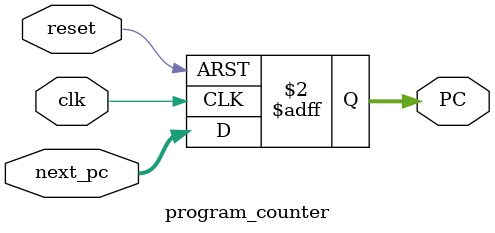
<source format=v>
module program_counter (
    input clk,                   // Clock signal
    input reset,                 // Reset signal
    input [15:0] next_pc,        // Next PC value from MUX
    output reg [15:0] PC         // Current PC value
);

always @(posedge clk or posedge reset) begin
    if (reset) 
        PC <= 16'b0; // Reset PC to 0
    else 
        PC <= next_pc; // Update PC from MUX output
end

endmodule

</source>
